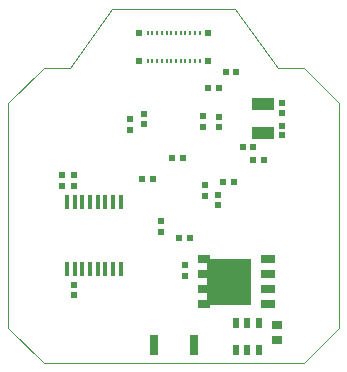
<source format=gbp>
G04*
G04 #@! TF.GenerationSoftware,Altium Limited,Altium NEXUS,2.0.14 (187)*
G04*
G04 Layer_Color=128*
%FSLAX25Y25*%
%MOIN*%
G70*
G01*
G75*
%ADD14C,0.00000*%
%ADD31R,0.02441X0.02441*%
%ADD32R,0.02441X0.02441*%
%ADD34R,0.02165X0.02165*%
%ADD103R,0.04016X0.02598*%
%ADD104R,0.05000X0.02598*%
%ADD105R,0.02047X0.02047*%
%ADD106R,0.07480X0.04331*%
%ADD107R,0.01968X0.01850*%
%ADD108R,0.00945X0.01772*%
%ADD109R,0.02362X0.03740*%
%ADD110R,0.03740X0.03150*%
%ADD111R,0.03150X0.06693*%
G04:AMPARAMS|DCode=112|XSize=15.75mil|YSize=47.24mil|CornerRadius=1.97mil|HoleSize=0mil|Usage=FLASHONLY|Rotation=180.000|XOffset=0mil|YOffset=0mil|HoleType=Round|Shape=RoundedRectangle|*
%AMROUNDEDRECTD112*
21,1,0.01575,0.04331,0,0,180.0*
21,1,0.01181,0.04724,0,0,180.0*
1,1,0.00394,-0.00591,0.02165*
1,1,0.00394,0.00591,0.02165*
1,1,0.00394,0.00591,-0.02165*
1,1,0.00394,-0.00591,-0.02165*
%
%ADD112ROUNDEDRECTD112*%
%ADD113R,0.15000X0.15394*%
D14*
X34589Y106299D02*
X75500D01*
X89854Y86614D01*
X98425Y86614D01*
X110236Y74803D01*
Y0D02*
Y74803D01*
X98425Y-11811D02*
X110236Y0D01*
X11811Y-11811D02*
X98425Y-11811D01*
X0Y0D02*
X11811Y-11811D01*
X0Y0D02*
Y74803D01*
X11811Y86614D01*
X20529D01*
X34589Y106299D01*
D31*
X21949Y47244D02*
D03*
Y50787D02*
D03*
X58760Y17224D02*
D03*
Y20768D02*
D03*
X65650Y47441D02*
D03*
Y43898D02*
D03*
X45197Y71339D02*
D03*
Y67795D02*
D03*
X69951Y44390D02*
D03*
Y40846D02*
D03*
X50984Y31890D02*
D03*
Y35433D02*
D03*
X70374Y70374D02*
D03*
Y66831D02*
D03*
X64764Y70571D02*
D03*
Y67028D02*
D03*
X17913Y50886D02*
D03*
Y47343D02*
D03*
X22047Y14370D02*
D03*
Y10827D02*
D03*
X40551Y65945D02*
D03*
Y69488D02*
D03*
D32*
X81693Y60236D02*
D03*
X78150D02*
D03*
X85236Y55905D02*
D03*
X81693D02*
D03*
X44587Y49508D02*
D03*
X48130D02*
D03*
X71653Y48720D02*
D03*
X75197D02*
D03*
X58213Y56726D02*
D03*
X54669D02*
D03*
X56890Y29921D02*
D03*
X60433D02*
D03*
D34*
X66693Y79803D02*
D03*
X70236D02*
D03*
X75984Y85236D02*
D03*
X72441D02*
D03*
D103*
X65178Y7993D02*
D03*
Y12927D02*
D03*
Y17861D02*
D03*
Y22796D02*
D03*
D104*
X86693D02*
D03*
Y7993D02*
D03*
Y12927D02*
D03*
Y17861D02*
D03*
D105*
X91339Y64173D02*
D03*
Y67323D02*
D03*
Y74803D02*
D03*
Y71653D02*
D03*
D106*
X85039Y74606D02*
D03*
Y64764D02*
D03*
D107*
X43504Y89016D02*
D03*
X66732D02*
D03*
Y98189D02*
D03*
X43504Y98189D02*
D03*
D108*
X63779Y98228D02*
D03*
X62205D02*
D03*
X60630D02*
D03*
X59055D02*
D03*
X57480D02*
D03*
X55905D02*
D03*
X54331D02*
D03*
X52756D02*
D03*
X51181D02*
D03*
X49606D02*
D03*
X57480Y88976D02*
D03*
X55905D02*
D03*
X54331D02*
D03*
X52756D02*
D03*
X51181D02*
D03*
X49606D02*
D03*
X48031D02*
D03*
X46457D02*
D03*
Y98228D02*
D03*
X48031D02*
D03*
X59055Y88976D02*
D03*
X60630D02*
D03*
X62205D02*
D03*
X63779D02*
D03*
D109*
X83465Y-7382D02*
D03*
X79724D02*
D03*
X75984D02*
D03*
X83465Y1476D02*
D03*
X79724D02*
D03*
X75984D02*
D03*
D110*
X89646Y984D02*
D03*
Y-4134D02*
D03*
D111*
X61811Y-5906D02*
D03*
X48425D02*
D03*
D112*
X37500Y19587D02*
D03*
X34941D02*
D03*
X32382D02*
D03*
X29823D02*
D03*
X27264D02*
D03*
X24705D02*
D03*
X22146D02*
D03*
X19587D02*
D03*
X37500Y42028D02*
D03*
X34941D02*
D03*
X32382D02*
D03*
X29823D02*
D03*
X27264D02*
D03*
X24705D02*
D03*
X22146D02*
D03*
X19587D02*
D03*
D113*
X73465Y15394D02*
D03*
M02*

</source>
